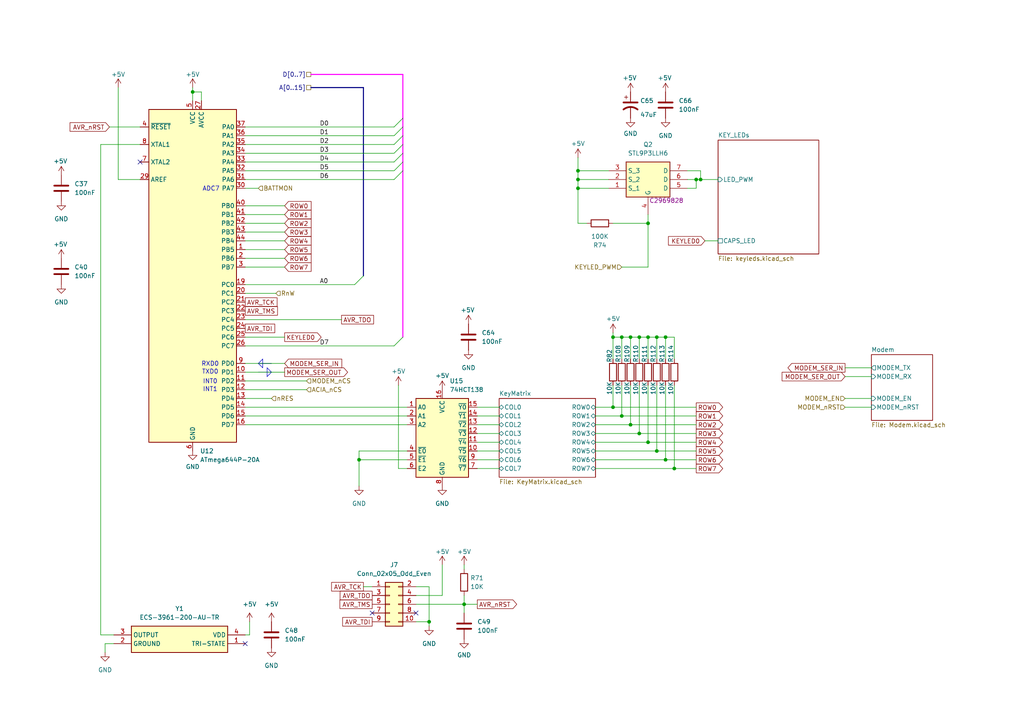
<source format=kicad_sch>
(kicad_sch (version 20250114) (generator "eeschema") (generator_version "9.0")
  (paper "A4")
  (lib_symbols
    (symbol "74xx:74HCT138"
      (property "Reference" "U" (at -7.62 13.97 0))
      (property "Value" "74HCT138" (at 2.54 -11.43 0))
      (symbol "74HCT138_0_1"
        (rectangle (start -7.62 12.7) (end 7.62 -10.16) (stroke (width 0.254)) (fill (type background)))
      )
      (symbol "74HCT138_1_1"
        (pin input line (at -10.16 10.16 0) (length 2.54) (name "A0") (number "1"))
        (pin input line (at -10.16 7.62 0) (length 2.54) (name "A1") (number "2"))
        (pin input line (at -10.16 5.08 0) (length 2.54) (name "A2") (number "3"))
        (pin input line (at -10.16 -2.54 0) (length 2.54) (name "~{E0}") (number "4"))
        (pin input line (at -10.16 -5.08 0) (length 2.54) (name "~{E1}") (number "5"))
        (pin input line (at -10.16 -7.62 0) (length 2.54) (name "E2") (number "6"))
        (pin power_in line (at 0 15.24 270) (length 2.54) (name "VCC") (number "16"))
        (pin power_in line (at 0 -12.7 90) (length 2.54) (name "GND") (number "8"))
        (pin output line (at 10.16 10.16 180) (length 2.54) (name "~{Y0}") (number "15"))
        (pin output line (at 10.16 7.62 180) (length 2.54) (name "~{Y1}") (number "14"))
        (pin output line (at 10.16 5.08 180) (length 2.54) (name "~{Y2}") (number "13"))
        (pin output line (at 10.16 2.54 180) (length 2.54) (name "~{Y3}") (number "12"))
        (pin output line (at 10.16 0 180) (length 2.54) (name "~{Y4}") (number "11"))
        (pin output line (at 10.16 -2.54 180) (length 2.54) (name "~{Y5}") (number "10"))
        (pin output line (at 10.16 -5.08 180) (length 2.54) (name "~{Y6}") (number "9"))
        (pin output line (at 10.16 -7.62 180) (length 2.54) (name "~{Y7}") (number "7"))
      )
    )
    (symbol "Connector_Generic:Conn_02x05_Odd_Even" (pin_names (offset 1.016) (hide yes))
      (property "Reference" "J" (at 1.27 7.62 0))
      (property "Value" "Conn_02x05_Odd_Even" (at 1.27 -7.62 0))
      (symbol "Conn_02x05_Odd_Even_1_1"
        (rectangle (start -1.27 6.35) (end 3.81 -6.35) (stroke (width 0.254)) (fill (type background)))
        (rectangle (start -1.27 5.207) (end 0 4.953) (stroke (width 0.1524)))
        (rectangle (start -1.27 2.667) (end 0 2.413) (stroke (width 0.1524)))
        (rectangle (start -1.27 0.127) (end 0 -0.127) (stroke (width 0.1524)))
        (rectangle (start -1.27 -2.413) (end 0 -2.667) (stroke (width 0.1524)))
        (rectangle (start -1.27 -4.953) (end 0 -5.207) (stroke (width 0.1524)))
        (rectangle (start 3.81 5.207) (end 2.54 4.953) (stroke (width 0.1524)))
        (rectangle (start 3.81 2.667) (end 2.54 2.413) (stroke (width 0.1524)))
        (rectangle (start 3.81 0.127) (end 2.54 -0.127) (stroke (width 0.1524)))
        (rectangle (start 3.81 -2.413) (end 2.54 -2.667) (stroke (width 0.1524)))
        (rectangle (start 3.81 -4.953) (end 2.54 -5.207) (stroke (width 0.1524)))
        (pin passive line (at -5.08 5.08 0) (length 3.81) (name "Pin_1") (number "1"))
        (pin passive line (at -5.08 2.54 0) (length 3.81) (name "Pin_3") (number "3"))
        (pin passive line (at -5.08 0 0) (length 3.81) (name "Pin_5") (number "5"))
        (pin passive line (at -5.08 -2.54 0) (length 3.81) (name "Pin_7") (number "7"))
        (pin passive line (at -5.08 -5.08 0) (length 3.81) (name "Pin_9") (number "9"))
        (pin passive line (at 7.62 5.08 180) (length 3.81) (name "Pin_2") (number "2"))
        (pin passive line (at 7.62 2.54 180) (length 3.81) (name "Pin_4") (number "4"))
        (pin passive line (at 7.62 0 180) (length 3.81) (name "Pin_6") (number "6"))
        (pin passive line (at 7.62 -2.54 180) (length 3.81) (name "Pin_8") (number "8"))
        (pin passive line (at 7.62 -5.08 180) (length 3.81) (name "Pin_10") (number "10"))
      )
    )
    (symbol "Device:C" (pin_numbers (hide yes)) (pin_names (offset 0.254))
      (property "Reference" "C" (at 0.635 2.54 0))
      (property "Value" "C" (at 0.635 -2.54 0))
      (symbol "C_0_1"
        (polyline (pts (xy -2.032 0.762) (xy 2.032 0.762)) (stroke (width 0.508)))
        (polyline (pts (xy -2.032 -0.762) (xy 2.032 -0.762)) (stroke (width 0.508)))
      )
      (symbol "C_1_1"
        (pin passive line (at 0 3.81 270) (length 2.794) (name "~") (number "1"))
        (pin passive line (at 0 -3.81 90) (length 2.794) (name "~") (number "2"))
      )
    )
    (symbol "Device:C_Polarized_US" (pin_numbers (hide yes)) (pin_names (offset 0.254) (hide yes))
      (property "Reference" "C" (at 0.635 2.54 0))
      (property "Value" "C_Polarized_US" (at 0.635 -2.54 0))
      (symbol "C_Polarized_US_0_1"
        (polyline (pts (xy -2.032 0.762) (xy 2.032 0.762)) (stroke (width 0.508)))
        (polyline (pts (xy -1.778 2.286) (xy -0.762 2.286)))
        (polyline (pts (xy -1.27 1.778) (xy -1.27 2.794)))
        (arc (start -2.032 -1.27) (mid 0 -0.5572) (end 2.032 -1.27) (stroke (width 0.508)))
      )
      (symbol "C_Polarized_US_1_1"
        (pin passive line (at 0 3.81 270) (length 2.794) (name "~") (number "1"))
        (pin passive line (at 0 -3.81 90) (length 3.302) (name "~") (number "2"))
      )
    )
    (symbol "Device:R" (pin_numbers (hide yes)) (pin_names (offset 0))
      (property "Reference" "R" (at 2.032 0 90))
      (property "Value" "R" (at 0 0 90))
      (symbol "R_0_1"
        (rectangle (start -1.016 -2.54) (end 1.016 2.54) (stroke (width 0.254)))
      )
      (symbol "R_1_1"
        (pin passive line (at 0 3.81 270) (length 1.27) (name "~") (number "1"))
        (pin passive line (at 0 -3.81 90) (length 1.27) (name "~") (number "2"))
      )
    )
    (symbol "ECS-3961-200-AU-TR:ECS-3961-200-AU-TR"
      (property "Reference" "Y" (at 34.29 7.62 0))
      (property "Value" "ECS-3961-200-AU-TR" (at 34.29 5.08 0))
      (symbol "ECS-3961-200-AU-TR_1_1"
        (rectangle (start 5.08 2.54) (end 33.02 -5.08) (stroke (width 0.254)) (fill (type background)))
        (pin passive line (at 0 0 0) (length 5.08) (name "VDD") (number "4"))
        (pin passive line (at 0 -2.54 0) (length 5.08) (name "TRI-STATE") (number "1"))
        (pin passive line (at 38.1 0 180) (length 5.08) (name "OUTPUT") (number "3"))
        (pin passive line (at 38.1 -2.54 180) (length 5.08) (name "GROUND") (number "2"))
      )
    )
    (symbol "MCU_Microchip_ATmega:ATmega644P-20A"
      (property "Reference" "U" (at -12.7 49.53 0))
      (property "Value" "ATmega644P-20A" (at 2.54 -49.53 0))
      (symbol "ATmega644P-20A_0_1"
        (rectangle (start -12.7 -48.26) (end 12.7 48.26) (stroke (width 0.254)) (fill (type background)))
      )
      (symbol "ATmega644P-20A_1_1"
        (pin input line (at -15.24 43.18 0) (length 2.54) (name "~{RESET}") (number "4"))
        (pin input line (at -15.24 38.1 0) (length 2.54) (name "XTAL1") (number "8"))
        (pin output line (at -15.24 33.02 0) (length 2.54) (name "XTAL2") (number "7"))
        (pin passive line (at -15.24 27.94 0) (length 2.54) (name "AREF") (number "29"))
        (pin passive line (at 0 50.8 270) (length 2.54) (hide yes) (name "VCC") (number "17"))
        (pin passive line (at 0 50.8 270) (length 2.54) (hide yes) (name "VCC") (number "38"))
        (pin power_in line (at 0 50.8 270) (length 2.54) (name "VCC") (number "5"))
        (pin passive line (at 0 -50.8 90) (length 2.54) (hide yes) (name "GND") (number "18"))
        (pin passive line (at 0 -50.8 90) (length 2.54) (hide yes) (name "GND") (number "28"))
        (pin passive line (at 0 -50.8 90) (length 2.54) (hide yes) (name "GND") (number "39"))
        (pin power_in line (at 0 -50.8 90) (length 2.54) (name "GND") (number "6"))
        (pin power_in line (at 2.54 50.8 270) (length 2.54) (name "AVCC") (number "27"))
        (pin bidirectional line (at 15.24 43.18 180) (length 2.54) (name "PA0") (number "37"))
        (pin bidirectional line (at 15.24 40.64 180) (length 2.54) (name "PA1") (number "36"))
        (pin bidirectional line (at 15.24 38.1 180) (length 2.54) (name "PA2") (number "35"))
        (pin bidirectional line (at 15.24 35.56 180) (length 2.54) (name "PA3") (number "34"))
        (pin bidirectional line (at 15.24 33.02 180) (length 2.54) (name "PA4") (number "33"))
        (pin bidirectional line (at 15.24 30.48 180) (length 2.54) (name "PA5") (number "32"))
        (pin bidirectional line (at 15.24 27.94 180) (length 2.54) (name "PA6") (number "31"))
        (pin bidirectional line (at 15.24 25.4 180) (length 2.54) (name "PA7") (number "30"))
        (pin bidirectional line (at 15.24 20.32 180) (length 2.54) (name "PB0") (number "40"))
        (pin bidirectional line (at 15.24 17.78 180) (length 2.54) (name "PB1") (number "41"))
        (pin bidirectional line (at 15.24 15.24 180) (length 2.54) (name "PB2") (number "42"))
        (pin bidirectional line (at 15.24 12.7 180) (length 2.54) (name "PB3") (number "43"))
        (pin bidirectional line (at 15.24 10.16 180) (length 2.54) (name "PB4") (number "44"))
        (pin bidirectional line (at 15.24 7.62 180) (length 2.54) (name "PB5") (number "1"))
        (pin bidirectional line (at 15.24 5.08 180) (length 2.54) (name "PB6") (number "2"))
        (pin bidirectional line (at 15.24 2.54 180) (length 2.54) (name "PB7") (number "3"))
        (pin bidirectional line (at 15.24 -2.54 180) (length 2.54) (name "PC0") (number "19"))
        (pin bidirectional line (at 15.24 -5.08 180) (length 2.54) (name "PC1") (number "20"))
        (pin bidirectional line (at 15.24 -7.62 180) (length 2.54) (name "PC2") (number "21"))
        (pin bidirectional line (at 15.24 -10.16 180) (length 2.54) (name "PC3") (number "22"))
        (pin bidirectional line (at 15.24 -12.7 180) (length 2.54) (name "PC4") (number "23"))
        (pin bidirectional line (at 15.24 -15.24 180) (length 2.54) (name "PC5") (number "24"))
        (pin bidirectional line (at 15.24 -17.78 180) (length 2.54) (name "PC6") (number "25"))
        (pin bidirectional line (at 15.24 -20.32 180) (length 2.54) (name "PC7") (number "26"))
        (pin bidirectional line (at 15.24 -25.4 180) (length 2.54) (name "PD0") (number "9"))
        (pin bidirectional line (at 15.24 -27.94 180) (length 2.54) (name "PD1") (number "10"))
        (pin bidirectional line (at 15.24 -30.48 180) (length 2.54) (name "PD2") (number "11"))
        (pin bidirectional line (at 15.24 -33.02 180) (length 2.54) (name "PD3") (number "12"))
        (pin bidirectional line (at 15.24 -35.56 180) (length 2.54) (name "PD4") (number "13"))
        (pin bidirectional line (at 15.24 -38.1 180) (length 2.54) (name "PD5") (number "14"))
        (pin bidirectional line (at 15.24 -40.64 180) (length 2.54) (name "PD6") (number "15"))
        (pin bidirectional line (at 15.24 -43.18 180) (length 2.54) (name "PD7") (number "16"))
      )
    )
    (symbol "STL9P3LLH6:STL9P3LLH6"
      (property "Reference" "Q" (at 19.05 7.62 0))
      (property "Value" "STL9P3LLH6" (at 19.05 5.08 0))
      (symbol "STL9P3LLH6_1_1"
        (rectangle (start 5.08 2.54) (end 17.78 -7.62) (stroke (width 0.254)) (fill (type background)))
        (pin passive line (at 0 0 0) (length 5.08) (name "S_1") (number "1"))
        (pin passive line (at 0 -2.54 0) (length 5.08) (name "S_2") (number "2"))
        (pin passive line (at 0 -5.08 0) (length 5.08) (name "S_3") (number "3"))
        (pin passive line (at 11.43 7.62 270) (length 5.08) (name "G") (number "4"))
        (pin passive line (at 22.86 0 180) (length 5.08) (name "D") (number "5"))
        (pin passive line (at 22.86 -2.54 180) (length 5.08) (name "D") (number "6"))
        (pin passive line (at 22.86 -5.08 180) (length 5.08) (name "D") (number "7"))
      )
    )
    (symbol "power:+5V" (power) (pin_names (offset 0))
      (property "Value" "+5V" (at 0 3.556 0))
      (symbol "+5V_0_1"
        (polyline (pts (xy -0.762 1.27) (xy 0 2.54)))
        (polyline (pts (xy 0 2.54) (xy 0.762 1.27)))
        (polyline (pts (xy 0 0) (xy 0 2.54)))
      )
      (symbol "+5V_1_1"
        (pin power_in line (at 0 0 90) (length 0) (hide yes) (name "+5V") (number "1"))
      )
    )
    (symbol "power:GND" (power) (pin_names (offset 0))
      (property "Value" "GND" (at 0 -3.81 0))
      (symbol "GND_0_1"
        (polyline (pts (xy 0 0) (xy 0 -1.27) (xy 1.27 -1.27) (xy 0 -2.54) (xy -1.27 -1.27) (xy 0 -1.27)))
      )
      (symbol "GND_1_1"
        (pin power_in line (at 0 0 270) (length 0) (hide yes) (name "GND") (number "1"))
      )
    )
  )
  (text "INT0" (at 60.96 110.744 0) (effects (font (size 1.27 1.27))))
  (text "INT1" (at 60.96 113.03 0) (effects (font (size 1.27 1.27))))
  (text "ADC7" (at 61.214 54.864 0) (effects (font (size 1.27 1.27))))
  (text "TXD0\n" (at 60.96 107.95 0) (effects (font (size 1.27 1.27))))
  (text "RXD0" (at 60.96 105.664 0) (effects (font (size 1.27 1.27))))
  (junction (at 193.04 133.35))
  (junction (at 195.58 135.89))
  (junction (at 167.64 52.07))
  (junction (at 104.14 133.35))
  (junction (at 190.5 130.81))
  (junction (at 167.64 54.61))
  (junction (at 167.64 49.53))
  (junction (at 185.42 97.79))
  (junction (at 182.88 123.19))
  (junction (at 134.62 175.26))
  (junction (at 177.8 97.79))
  (junction (at 177.8 118.11))
  (junction (at 180.34 120.65))
  (junction (at 185.42 125.73))
  (junction (at 193.04 97.79))
  (junction (at 201.93 52.07))
  (junction (at 180.34 97.79))
  (junction (at 203.2 52.07))
  (junction (at 55.88 26.67))
  (junction (at 187.96 64.77))
  (junction (at 182.88 97.79))
  (junction (at 124.46 180.34))
  (junction (at 187.96 97.79))
  (junction (at 187.96 128.27))
  (junction (at 190.5 97.79))
  (no_connect (at 40.64 46.99))
  (no_connect (at 71.12 186.69))
  (no_connect (at 107.95 177.8))
  (no_connect (at 120.65 177.8))
  (bus_entry (at 114.3 36.83) (size 2.54 -2.54))
  (bus_entry (at 114.3 52.07) (size 2.54 -2.54))
  (bus_entry (at 114.3 39.37) (size 2.54 -2.54))
  (bus_entry (at 102.87 82.55) (size 2.54 -2.54))
  (bus_entry (at 114.3 46.99) (size 2.54 -2.54))
  (bus_entry (at 114.3 41.91) (size 2.54 -2.54))
  (bus_entry (at 114.3 44.45) (size 2.54 -2.54))
  (bus_entry (at 114.3 49.53) (size 2.54 -2.54))
  (bus_entry (at 114.3 100.33) (size 2.54 -2.54))
  (wire (pts (xy 71.12 123.19) (xy 118.11 123.19)))
  (wire (pts (xy 167.64 54.61) (xy 176.53 54.61)))
  (wire (pts (xy 138.43 118.11) (xy 144.78 118.11)))
  (wire (pts (xy 199.39 49.53) (xy 203.2 49.53)))
  (bus (pts (xy 116.84 46.99) (xy 116.84 49.53)) (stroke (width 0) (color 255 0 255 1)))
  (wire (pts (xy 167.64 52.07) (xy 176.53 52.07)))
  (bus (pts (xy 90.17 21.59) (xy 116.84 21.59)) (stroke (width 0) (color 255 0 255 1)))
  (wire (pts (xy 115.57 135.89) (xy 118.11 135.89)))
  (wire (pts (xy 34.29 25.4) (xy 34.29 52.07)))
  (wire (pts (xy 180.34 120.65) (xy 201.93 120.65)))
  (wire (pts (xy 177.8 64.77) (xy 187.96 64.77)))
  (wire (pts (xy 172.72 123.19) (xy 182.88 123.19)))
  (wire (pts (xy 82.55 69.85) (xy 71.12 69.85)))
  (polyline (pts (xy 76.2 106.68) (xy 74.93 105.41)))
  (polyline (pts (xy 78.74 107.95) (xy 77.47 109.22)))
  (wire (pts (xy 138.43 125.73) (xy 144.78 125.73)))
  (wire (pts (xy 199.39 54.61) (xy 201.93 54.61)))
  (wire (pts (xy 105.41 170.18) (xy 107.95 170.18)))
  (wire (pts (xy 187.96 97.79) (xy 187.96 104.14)))
  (wire (pts (xy 30.48 189.23) (xy 30.48 186.69)))
  (wire (pts (xy 58.42 29.21) (xy 58.42 26.67)))
  (wire (pts (xy 193.04 111.76) (xy 193.04 133.35)))
  (wire (pts (xy 31.75 36.83) (xy 40.64 36.83)))
  (wire (pts (xy 104.14 130.81) (xy 118.11 130.81)))
  (wire (pts (xy 195.58 104.14) (xy 195.58 97.79)))
  (wire (pts (xy 180.34 77.47) (xy 187.96 77.47)))
  (bus (pts (xy 116.84 44.45) (xy 116.84 46.99)) (stroke (width 0) (color 255 0 255 1)))
  (wire (pts (xy 245.11 115.57) (xy 252.73 115.57)))
  (bus (pts (xy 116.84 39.37) (xy 116.84 41.91)) (stroke (width 0) (color 255 0 255 1)))
  (wire (pts (xy 82.55 67.31) (xy 71.12 67.31)))
  (bus (pts (xy 90.17 25.4) (xy 105.41 25.4)))
  (wire (pts (xy 203.2 49.53) (xy 203.2 52.07)))
  (wire (pts (xy 82.55 62.23) (xy 71.12 62.23)))
  (wire (pts (xy 128.27 172.72) (xy 128.27 163.83)))
  (wire (pts (xy 29.21 184.15) (xy 33.02 184.15)))
  (wire (pts (xy 172.72 135.89) (xy 195.58 135.89)))
  (wire (pts (xy 114.3 49.53) (xy 71.12 49.53)))
  (wire (pts (xy 104.14 140.97) (xy 104.14 133.35)))
  (wire (pts (xy 71.12 107.95) (xy 82.55 107.95)))
  (wire (pts (xy 120.65 172.72) (xy 128.27 172.72)))
  (wire (pts (xy 185.42 97.79) (xy 182.88 97.79)))
  (wire (pts (xy 82.55 72.39) (xy 71.12 72.39)))
  (wire (pts (xy 203.2 52.07) (xy 208.28 52.07)))
  (wire (pts (xy 176.53 49.53) (xy 167.64 49.53)))
  (wire (pts (xy 185.42 125.73) (xy 201.93 125.73)))
  (polyline (pts (xy 77.47 109.22) (xy 77.47 106.68)))
  (wire (pts (xy 134.62 163.83) (xy 134.62 165.1)))
  (wire (pts (xy 138.43 133.35) (xy 144.78 133.35)))
  (wire (pts (xy 167.64 49.53) (xy 167.64 52.07)))
  (wire (pts (xy 180.34 97.79) (xy 177.8 97.79)))
  (wire (pts (xy 74.93 54.61) (xy 71.12 54.61)))
  (polyline (pts (xy 76.2 104.14) (xy 76.2 106.68)))
  (wire (pts (xy 124.46 180.34) (xy 124.46 181.61)))
  (wire (pts (xy 187.96 111.76) (xy 187.96 128.27)))
  (wire (pts (xy 199.39 52.07) (xy 201.93 52.07)))
  (wire (pts (xy 187.96 77.47) (xy 187.96 64.77)))
  (wire (pts (xy 58.42 26.67) (xy 55.88 26.67)))
  (bus (pts (xy 105.41 80.01) (xy 105.41 25.4)))
  (wire (pts (xy 104.14 133.35) (xy 104.14 130.81)))
  (wire (pts (xy 71.12 105.41) (xy 82.55 105.41)))
  (wire (pts (xy 72.39 184.15) (xy 72.39 180.34)))
  (wire (pts (xy 71.12 184.15) (xy 72.39 184.15)))
  (wire (pts (xy 114.3 52.07) (xy 71.12 52.07)))
  (wire (pts (xy 193.04 97.79) (xy 190.5 97.79)))
  (wire (pts (xy 82.55 77.47) (xy 71.12 77.47)))
  (wire (pts (xy 190.5 111.76) (xy 190.5 130.81)))
  (wire (pts (xy 172.72 130.81) (xy 190.5 130.81)))
  (wire (pts (xy 78.74 115.57) (xy 71.12 115.57)))
  (wire (pts (xy 187.96 97.79) (xy 185.42 97.79)))
  (wire (pts (xy 177.8 118.11) (xy 201.93 118.11)))
  (bus (pts (xy 116.84 49.53) (xy 116.84 97.79)) (stroke (width 0) (color 255 0 255 1)))
  (wire (pts (xy 172.72 118.11) (xy 177.8 118.11)))
  (wire (pts (xy 29.21 41.91) (xy 40.64 41.91)))
  (polyline (pts (xy 74.93 105.41) (xy 76.2 104.14)))
  (wire (pts (xy 172.72 125.73) (xy 185.42 125.73)))
  (wire (pts (xy 187.96 128.27) (xy 201.93 128.27)))
  (wire (pts (xy 138.43 120.65) (xy 144.78 120.65)))
  (wire (pts (xy 204.47 69.85) (xy 208.28 69.85)))
  (wire (pts (xy 177.8 111.76) (xy 177.8 118.11)))
  (wire (pts (xy 82.55 64.77) (xy 71.12 64.77)))
  (wire (pts (xy 190.5 130.81) (xy 201.93 130.81)))
  (wire (pts (xy 182.88 111.76) (xy 182.88 123.19)))
  (wire (pts (xy 185.42 111.76) (xy 185.42 125.73)))
  (wire (pts (xy 114.3 39.37) (xy 71.12 39.37)))
  (wire (pts (xy 138.43 123.19) (xy 144.78 123.19)))
  (wire (pts (xy 134.62 172.72) (xy 134.62 175.26)))
  (polyline (pts (xy 78.74 105.41) (xy 74.93 105.41)))
  (wire (pts (xy 182.88 97.79) (xy 182.88 104.14)))
  (wire (pts (xy 167.64 54.61) (xy 167.64 64.77)))
  (wire (pts (xy 180.34 97.79) (xy 180.34 104.14)))
  (wire (pts (xy 71.12 118.11) (xy 118.11 118.11)))
  (bus (pts (xy 116.84 34.29) (xy 116.84 36.83)) (stroke (width 0) (color 255 0 255 1)))
  (wire (pts (xy 172.72 133.35) (xy 193.04 133.35)))
  (wire (pts (xy 40.64 52.07) (xy 34.29 52.07)))
  (wire (pts (xy 190.5 97.79) (xy 187.96 97.79)))
  (wire (pts (xy 114.3 44.45) (xy 71.12 44.45)))
  (wire (pts (xy 177.8 97.79) (xy 177.8 104.14)))
  (wire (pts (xy 167.64 45.72) (xy 167.64 49.53)))
  (wire (pts (xy 82.55 97.79) (xy 71.12 97.79)))
  (wire (pts (xy 138.43 128.27) (xy 144.78 128.27)))
  (wire (pts (xy 182.88 97.79) (xy 180.34 97.79)))
  (wire (pts (xy 177.8 96.52) (xy 177.8 97.79)))
  (wire (pts (xy 114.3 41.91) (xy 71.12 41.91)))
  (bus (pts (xy 116.84 36.83) (xy 116.84 39.37)) (stroke (width 0) (color 255 0 255 1)))
  (wire (pts (xy 120.65 175.26) (xy 134.62 175.26)))
  (wire (pts (xy 120.65 180.34) (xy 124.46 180.34)))
  (wire (pts (xy 182.88 123.19) (xy 201.93 123.19)))
  (polyline (pts (xy 77.47 106.68) (xy 78.74 107.95)))
  (wire (pts (xy 172.72 128.27) (xy 187.96 128.27)))
  (polyline (pts (xy 74.93 107.95) (xy 78.74 107.95)))
  (wire (pts (xy 245.11 118.11) (xy 252.73 118.11)))
  (wire (pts (xy 71.12 120.65) (xy 118.11 120.65)))
  (wire (pts (xy 55.88 25.4) (xy 55.88 26.67)))
  (wire (pts (xy 190.5 97.79) (xy 190.5 104.14)))
  (wire (pts (xy 134.62 175.26) (xy 134.62 177.8)))
  (wire (pts (xy 180.34 111.76) (xy 180.34 120.65)))
  (wire (pts (xy 138.43 135.89) (xy 144.78 135.89)))
  (wire (pts (xy 195.58 111.76) (xy 195.58 135.89)))
  (wire (pts (xy 245.11 109.22) (xy 252.73 109.22)))
  (bus (pts (xy 116.84 41.91) (xy 116.84 44.45)) (stroke (width 0) (color 255 0 255 1)))
  (wire (pts (xy 245.11 106.68) (xy 252.73 106.68)))
  (wire (pts (xy 55.88 26.67) (xy 55.88 29.21)))
  (wire (pts (xy 195.58 135.89) (xy 201.93 135.89)))
  (wire (pts (xy 115.57 111.76) (xy 115.57 135.89)))
  (wire (pts (xy 124.46 170.18) (xy 124.46 180.34)))
  (wire (pts (xy 104.14 133.35) (xy 118.11 133.35)))
  (wire (pts (xy 102.87 82.55) (xy 71.12 82.55)))
  (wire (pts (xy 120.65 170.18) (xy 124.46 170.18)))
  (wire (pts (xy 195.58 97.79) (xy 193.04 97.79)))
  (wire (pts (xy 82.55 74.93) (xy 71.12 74.93)))
  (wire (pts (xy 114.3 100.33) (xy 71.12 100.33)))
  (wire (pts (xy 88.9 113.03) (xy 71.12 113.03)))
  (wire (pts (xy 138.43 130.81) (xy 144.78 130.81)))
  (wire (pts (xy 193.04 133.35) (xy 201.93 133.35)))
  (wire (pts (xy 172.72 120.65) (xy 180.34 120.65)))
  (wire (pts (xy 167.64 52.07) (xy 167.64 54.61)))
  (wire (pts (xy 71.12 92.71) (xy 99.06 92.71)))
  (wire (pts (xy 193.04 97.79) (xy 193.04 104.14)))
  (wire (pts (xy 88.9 110.49) (xy 71.12 110.49)))
  (wire (pts (xy 201.93 54.61) (xy 201.93 52.07)))
  (wire (pts (xy 82.55 59.69) (xy 71.12 59.69)))
  (bus (pts (xy 116.84 21.59) (xy 116.84 34.29)) (stroke (width 0) (color 255 0 255 1)))
  (wire (pts (xy 201.93 52.07) (xy 203.2 52.07)))
  (wire (pts (xy 30.48 186.69) (xy 33.02 186.69)))
  (wire (pts (xy 80.01 85.09) (xy 71.12 85.09)))
  (wire (pts (xy 114.3 36.83) (xy 71.12 36.83)))
  (wire (pts (xy 167.64 64.77) (xy 170.18 64.77)))
  (wire (pts (xy 134.62 175.26) (xy 138.43 175.26)))
  (wire (pts (xy 29.21 41.91) (xy 29.21 184.15)))
  (wire (pts (xy 185.42 97.79) (xy 185.42 104.14)))
  (wire (pts (xy 114.3 46.99) (xy 71.12 46.99)))
  (wire (pts (xy 187.96 64.77) (xy 187.96 62.23)))
  (label "A0" (at 92.71 82.55 0))
  (label "D7" (at 92.71 100.33 0))
  (label "D0" (at 92.71 36.83 0))
  (label "D4" (at 92.71 46.99 0))
  (label "D5" (at 92.71 49.53 0))
  (label "D1" (at 92.71 39.37 0))
  (label "D6" (at 92.71 52.07 0))
  (label "D3" (at 92.71 44.45 0))
  (label "D2" (at 92.71 41.91 0))
  (global_label "ROW1" (shape input) (at 82.55 62.23 0) (property "Intersheetrefs" "${INTERSHEET_REFS}" (effects (hide yes))))
  (global_label "ROW3" (shape input) (at 82.55 67.31 0) (property "Intersheetrefs" "${INTERSHEET_REFS}" (effects (hide yes))))
  (global_label "AVR_TMS" (shape passive) (at 107.95 175.26 180) (property "Intersheetrefs" "${INTERSHEET_REFS}" (effects (hide yes))))
  (global_label "MODEM_SER_OUT" (shape input) (at 245.11 109.22 180) (property "Intersheetrefs" "${INTERSHEET_REFS}" (effects (hide yes))))
  (global_label "ROW5" (shape input) (at 82.55 72.39 0) (property "Intersheetrefs" "${INTERSHEET_REFS}" (effects (hide yes))))
  (global_label "AVR_TDO" (shape passive) (at 99.06 92.71 0) (property "Intersheetrefs" "${INTERSHEET_REFS}" (effects (hide yes))))
  (global_label "AVR_TDI" (shape passive) (at 107.95 180.34 180) (property "Intersheetrefs" "${INTERSHEET_REFS}" (effects (hide yes))))
  (global_label "ROW7" (shape input) (at 82.55 77.47 0) (property "Intersheetrefs" "${INTERSHEET_REFS}" (effects (hide yes))))
  (global_label "ROW2" (shape input) (at 82.55 64.77 0) (property "Intersheetrefs" "${INTERSHEET_REFS}" (effects (hide yes))))
  (global_label "AVR_TDO" (shape passive) (at 107.95 172.72 180) (property "Intersheetrefs" "${INTERSHEET_REFS}" (effects (hide yes))))
  (global_label "ROW6" (shape input) (at 82.55 74.93 0) (property "Intersheetrefs" "${INTERSHEET_REFS}" (effects (hide yes))))
  (global_label "ROW1" (shape output) (at 201.93 120.65 0) (property "Intersheetrefs" "${INTERSHEET_REFS}" (effects (hide yes))))
  (global_label "ROW4" (shape output) (at 201.93 128.27 0) (property "Intersheetrefs" "${INTERSHEET_REFS}" (effects (hide yes))))
  (global_label "MODEM_SER_IN" (shape output) (at 245.11 106.68 180) (property "Intersheetrefs" "${INTERSHEET_REFS}" (effects (hide yes))))
  (global_label "AVR_TCK" (shape passive) (at 71.12 87.63 0) (property "Intersheetrefs" "${INTERSHEET_REFS}" (effects (hide yes))))
  (global_label "ROW7" (shape output) (at 201.93 135.89 0) (property "Intersheetrefs" "${INTERSHEET_REFS}" (effects (hide yes))))
  (global_label "MODEM_SER_IN" (shape input) (at 82.55 105.41 0) (property "Intersheetrefs" "${INTERSHEET_REFS}" (effects (hide yes))))
  (global_label "ROW6" (shape output) (at 201.93 133.35 0) (property "Intersheetrefs" "${INTERSHEET_REFS}" (effects (hide yes))))
  (global_label "AVR_nRST" (shape input) (at 31.75 36.83 180) (property "Intersheetrefs" "${INTERSHEET_REFS}" (effects (hide yes))))
  (global_label "MODEM_SER_OUT" (shape output) (at 82.55 107.95 0) (property "Intersheetrefs" "${INTERSHEET_REFS}" (effects (hide yes))))
  (global_label "KEYLED0" (shape output) (at 82.55 97.79 0) (property "Intersheetrefs" "${INTERSHEET_REFS}" (effects (hide yes))))
  (global_label "AVR_TMS" (shape passive) (at 71.12 90.17 0) (property "Intersheetrefs" "${INTERSHEET_REFS}" (effects (hide yes))))
  (global_label "KEYLED0" (shape input) (at 204.47 69.85 180) (property "Intersheetrefs" "${INTERSHEET_REFS}" (effects (hide yes))))
  (global_label "AVR_TDI" (shape passive) (at 71.12 95.25 0) (property "Intersheetrefs" "${INTERSHEET_REFS}" (effects (hide yes))))
  (global_label "AVR_nRST" (shape output) (at 138.43 175.26 0) (property "Intersheetrefs" "${INTERSHEET_REFS}" (effects (hide yes))))
  (global_label "AVR_TCK" (shape passive) (at 105.41 170.18 180) (property "Intersheetrefs" "${INTERSHEET_REFS}" (effects (hide yes))))
  (global_label "ROW0" (shape input) (at 82.55 59.69 0) (property "Intersheetrefs" "${INTERSHEET_REFS}" (effects (hide yes))))
  (global_label "ROW0" (shape output) (at 201.93 118.11 0) (property "Intersheetrefs" "${INTERSHEET_REFS}" (effects (hide yes))))
  (global_label "ROW5" (shape output) (at 201.93 130.81 0) (property "Intersheetrefs" "${INTERSHEET_REFS}" (effects (hide yes))))
  (global_label "ROW3" (shape output) (at 201.93 125.73 0) (property "Intersheetrefs" "${INTERSHEET_REFS}" (effects (hide yes))))
  (global_label "ROW2" (shape output) (at 201.93 123.19 0) (property "Intersheetrefs" "${INTERSHEET_REFS}" (effects (hide yes))))
  (global_label "ROW4" (shape input) (at 82.55 69.85 0) (property "Intersheetrefs" "${INTERSHEET_REFS}" (effects (hide yes))))
  (hierarchical_label "MODEM_EN" (shape input) (at 245.11 115.57 180))
  (hierarchical_label "A[0..15]" (shape passive) (at 90.17 25.4 180))
  (hierarchical_label "nRES" (shape input) (at 78.74 115.57 0))
  (hierarchical_label "D[0..7]" (shape passive) (at 90.17 21.59 180))
  (hierarchical_label "MODEM_nRST" (shape input) (at 245.11 118.11 180))
  (hierarchical_label "RnW" (shape input) (at 80.01 85.09 0))
  (hierarchical_label "MODEM_nCS" (shape input) (at 88.9 110.49 0))
  (hierarchical_label "BATTMON" (shape input) (at 74.93 54.61 0))
  (hierarchical_label "KEYLED_PWM" (shape input) (at 180.34 77.47 180))
  (hierarchical_label "ACIA_nCS" (shape input) (at 88.9 113.03 0))
  (symbol (lib_id "MCU_Microchip_ATmega:ATmega644P-20A") (at 55.88 80.01 0) (unit 1)
    (property "Reference" "U12" (at 58.0233 130.81 0) (effects (justify left)))
    (property "Value" "ATmega644P-20A" (at 58.0233 133.35 0) (effects (justify left)))
    (property "Footprint" "Package_QFP:TQFP-44_10x10mm_P0.8mm" (effects (hide yes)))
    (property "Datasheet" "http://ww1.microchip.com/downloads/en/DeviceDoc/Atmel-42744-ATmega644P_Datasheet.pdf" (effects (hide yes)))
    (property "Description" "20MHz, 64kB Flash, 4kB SRAM, 2kB EEPROM, JTAG, TQFP-44" (effects (hide yes)))
  )
  (symbol (lib_id "power:+5V") (at 115.57 111.76 0) (mirror y) (unit 1)
    (property "Reference" "#PWR0260" (effects (hide yes)))
    (property "Value" "+5V" (at 115.57 107.696 0))
  )
  (symbol (lib_id "Device:C") (at 17.78 78.74 0) (unit 1)
    (property "Reference" "C40" (at 21.59 77.4699 0) (effects (justify left)))
    (property "Value" "100nF" (at 21.59 80.0099 0) (effects (justify left)))
    (property "Footprint" "Capacitor_SMD:C_0805_2012Metric" (effects (hide yes)))
    (property "Description" "Unpolarized capacitor" (effects (hide yes)))
    (property "LCSC" "C49678" (effects (hide yes)))
  )
  (symbol (lib_id "power:GND") (at 134.62 185.42 0) (mirror y) (unit 1)
    (property "Reference" "#PWR0266" (effects (hide yes)))
    (property "Value" "GND" (at 134.62 189.9825 0))
  )
  (symbol (lib_id "power:GND") (at 193.04 34.29 0) (unit 1)
    (property "Reference" "#PWR0274" (effects (hide yes)))
    (property "Value" "GND" (at 193.04 39.37 0))
  )
  (symbol (lib_id "power:+5V") (at 128.27 113.03 0) (mirror y) (unit 1)
    (property "Reference" "#PWR0262" (effects (hide yes)))
    (property "Value" "+5V" (at 128.27 108.966 0))
  )
  (symbol (lib_id "power:+5V") (at 167.64 45.72 0) (unit 1)
    (property "Reference" "#PWR0269" (effects (hide yes)))
    (property "Value" "+5V" (at 167.64 41.656 0))
  )
  (symbol (lib_id "power:+5V") (at 55.88 25.4 0) (mirror y) (unit 1)
    (property "Reference" "#PWR0204" (effects (hide yes)))
    (property "Value" "+5V" (at 55.88 21.59 0))
  )
  (symbol (lib_id "power:+5V") (at 135.89 93.98 0) (unit 1)
    (property "Reference" "#PWR0267" (effects (hide yes)))
    (property "Value" "+5V" (at 135.636 89.916 0))
  )
  (symbol (lib_id "power:GND") (at 17.78 58.42 0) (unit 1)
    (property "Reference" "#PWR0155" (effects (hide yes)))
    (property "Value" "GND" (at 17.78 63.5 0))
  )
  (symbol (lib_id "power:GND") (at 17.78 82.55 0) (unit 1)
    (property "Reference" "#PWR0200" (effects (hide yes)))
    (property "Value" "GND" (at 17.78 87.63 0))
  )
  (symbol (lib_id "Device:R") (at 177.8 107.95 0) (mirror y) (unit 1)
    (property "Reference" "R82" (at 176.784 105.156 90) (effects (justify left)))
    (property "Value" "10K" (at 176.784 114.554 90) (effects (justify left)))
    (property "Footprint" "Resistor_SMD:R_0603_1608Metric_Pad0.98x0.95mm_HandSolder" (effects (hide yes)))
    (property "LCSC" "DNF" (effects (hide yes)))
  )
  (symbol (lib_id "Device:R") (at 195.58 107.95 0) (mirror y) (unit 1)
    (property "Reference" "R114" (at 194.564 105.156 90) (effects (justify left)))
    (property "Value" "10K" (at 194.564 114.554 90) (effects (justify left)))
    (property "Footprint" "Resistor_SMD:R_0603_1608Metric_Pad0.98x0.95mm_HandSolder" (effects (hide yes)))
    (property "LCSC" "DNF" (effects (hide yes)))
  )
  (symbol (lib_id "STL9P3LLH6:STL9P3LLH6") (at 176.53 54.61 0) (mirror x) (unit 1)
    (property "Reference" "Q2" (at 187.96 41.91 0))
    (property "Value" "STL9P3LLH6" (at 187.96 44.45 0))
    (property "Footprint" "STL9P3LLH6:STL20N6F7" (effects (hide yes)))
    (property "Datasheet" "https://www.st.com/resource/en/datasheet/stl9p3llh6.pdf" (effects (hide yes)))
    (property "Description" "MOSFET P-channel -30 V, 12 mOhm typ., -9 A STripFET H6 Power MOSFET in a PowerFLAT 3.3 x 3.3 package" (effects (hide yes)))
    (property "Manufacturer_Name" "STMicroelectronics" (effects (hide yes)))
    (property "Manufacturer_Part_Number" "STL9P3LLH6" (effects (hide yes)))
    (property "Mouser Part Number" "511-STL9P3LLH6" (effects (hide yes)))
    (property "Mouser Price/Stock" "https://www.mouser.co.uk/ProductDetail/STMicroelectronics/STL9P3LLH6?qs=mKNKSX85ZJeHtH1e81LEbQ%3D%3D" (effects (hide yes)))
    (property "Arrow Part Number" "STL9P3LLH6" (effects (hide yes)))
    (property "Arrow Price/Stock" "https://www.arrow.com/en/products/stl9p3llh6/stmicroelectronics?region=europe" (effects (hide yes)))
    (property "LCSC" "C2969828" (at 193.294 58.166 0))
  )
  (symbol (lib_id "Device:R") (at 182.88 107.95 0) (mirror y) (unit 1)
    (property "Reference" "R109" (at 181.864 105.156 90) (effects (justify left)))
    (property "Value" "10K" (at 181.864 114.554 90) (effects (justify left)))
    (property "Footprint" "Resistor_SMD:R_0603_1608Metric_Pad0.98x0.95mm_HandSolder" (effects (hide yes)))
    (property "LCSC" "DNF" (effects (hide yes)))
  )
  (symbol (lib_id "power:GND") (at 55.88 130.81 0) (mirror y) (unit 1)
    (property "Reference" "#PWR0205" (effects (hide yes)))
    (property "Value" "GND" (at 55.88 135.3725 0))
  )
  (symbol (lib_id "power:GND") (at 78.74 187.96 0) (unit 1)
    (property "Reference" "#PWR0208" (effects (hide yes)))
    (property "Value" "GND" (at 78.74 193.04 0))
  )
  (symbol (lib_id "Device:R") (at 187.96 107.95 0) (mirror y) (unit 1)
    (property "Reference" "R111" (at 186.944 105.156 90) (effects (justify left)))
    (property "Value" "10K" (at 186.944 114.554 90) (effects (justify left)))
    (property "Footprint" "Resistor_SMD:R_0603_1608Metric_Pad0.98x0.95mm_HandSolder" (effects (hide yes)))
    (property "LCSC" "DNF" (effects (hide yes)))
  )
  (symbol (lib_id "Device:R") (at 173.99 64.77 90) (unit 1)
    (property "Reference" "R74" (at 173.99 71.12 90))
    (property "Value" "100K" (at 173.99 68.58 90))
    (property "Footprint" "Resistor_SMD:R_0402_1005Metric" (effects (hide yes)))
    (property "Description" "Resistor" (effects (hide yes)))
    (property "LCSC" "DNF" (effects (hide yes)))
  )
  (symbol (lib_id "Device:C") (at 78.74 184.15 0) (unit 1)
    (property "Reference" "C48" (at 82.55 182.8799 0) (effects (justify left)))
    (property "Value" "100nF" (at 82.55 185.4199 0) (effects (justify left)))
    (property "Footprint" "Capacitor_SMD:C_0402_1005Metric" (effects (hide yes)))
    (property "Description" "Unpolarized capacitor" (effects (hide yes)))
    (property "LCSC" "C113803" (effects (hide yes)))
  )
  (symbol (lib_id "power:+5V") (at 17.78 74.93 0) (unit 1)
    (property "Reference" "#PWR0158" (effects (hide yes)))
    (property "Value" "+5V" (at 17.526 70.866 0))
  )
  (symbol (lib_id "Device:R") (at 193.04 107.95 0) (mirror y) (unit 1)
    (property "Reference" "R113" (at 192.024 105.156 90) (effects (justify left)))
    (property "Value" "10K" (at 192.024 114.554 90) (effects (justify left)))
    (property "Footprint" "Resistor_SMD:R_0603_1608Metric_Pad0.98x0.95mm_HandSolder" (effects (hide yes)))
    (property "LCSC" "DNF" (effects (hide yes)))
  )
  (symbol (lib_id "power:GND") (at 182.88 34.29 0) (unit 1)
    (property "Reference" "#PWR0272" (effects (hide yes)))
    (property "Value" "GND" (at 182.88 38.735 0))
  )
  (symbol (lib_id "Device:C") (at 134.62 181.61 0) (unit 1)
    (property "Reference" "C49" (at 138.43 180.3399 0) (effects (justify left)))
    (property "Value" "100nF" (at 138.43 182.8799 0) (effects (justify left)))
    (property "Footprint" "Capacitor_SMD:C_0805_2012Metric" (effects (hide yes)))
    (property "Description" "Unpolarized capacitor" (effects (hide yes)))
    (property "LCSC" "C49678" (effects (hide yes)))
  )
  (symbol (lib_id "power:+5V") (at 17.78 50.8 0) (unit 1)
    (property "Reference" "#PWR0154" (effects (hide yes)))
    (property "Value" "+5V" (at 17.526 46.736 0))
  )
  (symbol (lib_id "Device:C_Polarized_US") (at 182.88 30.48 0) (unit 1)
    (property "Reference" "C65" (at 185.674 29.21 0) (effects (justify left)))
    (property "Value" "47uF" (at 185.674 33.274 0) (effects (justify left)))
    (property "Footprint" "Capacitor_SMD:C_1206_3216Metric" (effects (hide yes)))
    (property "LCSC" "C96123" (effects (hide yes)))
  )
  (symbol (lib_id "power:+5V") (at 72.39 180.34 0) (unit 1)
    (property "Reference" "#PWR0206" (effects (hide yes)))
    (property "Value" "+5V" (at 72.39 175.26 0))
  )
  (symbol (lib_id "power:GND") (at 104.14 140.97 0) (mirror y) (unit 1)
    (property "Reference" "#PWR0228" (effects (hide yes)))
    (property "Value" "GND" (at 104.14 146.05 0))
    (property "Description" "Power symbol creates a global label with name \"GND\" , ground" (effects (hide yes)))
  )
  (symbol (lib_id "Device:R") (at 180.34 107.95 0) (mirror y) (unit 1)
    (property "Reference" "R108" (at 179.324 105.156 90) (effects (justify left)))
    (property "Value" "10K" (at 179.324 114.554 90) (effects (justify left)))
    (property "Footprint" "Resistor_SMD:R_0603_1608Metric_Pad0.98x0.95mm_HandSolder" (effects (hide yes)))
    (property "LCSC" "DNF" (effects (hide yes)))
  )
  (symbol (lib_id "power:+5V") (at 193.04 26.67 0) (unit 1)
    (property "Reference" "#PWR0273" (effects (hide yes)))
    (property "Value" "+5V" (at 192.786 22.606 0))
  )
  (symbol (lib_id "Connector_Generic:Conn_02x05_Odd_Even") (at 113.03 175.26 0) (unit 1)
    (property "Reference" "J7" (at 114.3 163.83 0))
    (property "Value" "Conn_02x05_Odd_Even" (at 114.3 166.37 0))
    (property "Footprint" "Connector_PinHeader_2.54mm:PinHeader_2x05_P2.54mm_Horizontal" (effects (hide yes)))
    (property "Description" "Generic connector, double row, 02x05, odd/even pin numbering scheme (row 1 odd numbers, row 2 even numbers), script generated (kicad-library-utils/schlib/autogen/connector/)" (effects (hide yes)))
    (property "LCSC" "DNF" (effects (hide yes)))
  )
  (symbol (lib_id "Device:R") (at 190.5 107.95 0) (mirror y) (unit 1)
    (property "Reference" "R112" (at 189.484 105.156 90) (effects (justify left)))
    (property "Value" "10K" (at 189.484 114.554 90) (effects (justify left)))
    (property "Footprint" "Resistor_SMD:R_0603_1608Metric_Pad0.98x0.95mm_HandSolder" (effects (hide yes)))
    (property "LCSC" "DNF" (effects (hide yes)))
  )
  (symbol (lib_id "power:GND") (at 124.46 181.61 0) (mirror y) (unit 1)
    (property "Reference" "#PWR0261" (effects (hide yes)))
    (property "Value" "GND" (at 124.46 186.69 0))
    (property "Description" "Power symbol creates a global label with name \"GND\" , ground" (effects (hide yes)))
  )
  (symbol (lib_id "Device:R") (at 185.42 107.95 0) (mirror y) (unit 1)
    (property "Reference" "R110" (at 184.404 105.156 90) (effects (justify left)))
    (property "Value" "10K" (at 184.404 114.554 90) (effects (justify left)))
    (property "Footprint" "Resistor_SMD:R_0603_1608Metric_Pad0.98x0.95mm_HandSolder" (effects (hide yes)))
    (property "LCSC" "DNF" (effects (hide yes)))
  )
  (symbol (lib_id "power:GND") (at 30.48 189.23 0) (unit 1)
    (property "Reference" "#PWR0201" (effects (hide yes)))
    (property "Value" "GND" (at 30.48 194.31 0))
  )
  (symbol (lib_id "Device:R") (at 134.62 168.91 0) (unit 1)
    (property "Reference" "R71" (at 136.398 167.64 0) (effects (justify left)))
    (property "Value" "10K" (at 136.398 170.18 0) (effects (justify left)))
    (property "Footprint" "Resistor_SMD:R_0603_1608Metric_Pad0.98x0.95mm_HandSolder" (effects (hide yes)))
    (property "LCSC" "DNF" (effects (hide yes)))
  )
  (symbol (lib_id "ECS-3961-200-AU-TR:ECS-3961-200-AU-TR") (at 71.12 184.15 0) (mirror y) (unit 1)
    (property "Reference" "Y1" (at 52.07 176.53 0))
    (property "Value" "ECS-3961-200-AU-TR" (at 52.07 179.07 0))
    (property "Footprint" "ECS-3961-200-AU-TR:ECS3961200AUTR" (effects (hide yes)))
    (property "Datasheet" "http://www.ecsxtal.com/store/pdf/ecs-3961_3963.pdf" (effects (hide yes)))
    (property "Description" "Standard Clock Oscillators 20.000MHz 5.0Volt 100 ppm -55C +125C" (effects (hide yes)))
    (property "Height" "1.3" (effects (hide yes)))
    (property "Mouser Part Number" "520-3961-200-AUT" (effects (hide yes)))
    (property "Mouser Price/Stock" "https://www.mouser.co.uk/ProductDetail/ECS/ECS-3961-200-AU-TR?qs=ttzZIJSyan0lJGM40dcLXA%3D%3D" (effects (hide yes)))
    (property "Manufacturer_Name" "ECS" (effects (hide yes)))
    (property "Manufacturer_Part_Number" "ECS-3961-200-AU-TR" (effects (hide yes)))
  )
  (symbol (lib_id "power:+5V") (at 34.29 25.4 0) (mirror y) (unit 1)
    (property "Reference" "#PWR0203" (effects (hide yes)))
    (property "Value" "+5V" (at 34.29 21.59 0))
  )
  (symbol (lib_id "power:+5V") (at 182.88 26.67 0) (unit 1)
    (property "Reference" "#PWR0271" (effects (hide yes)))
    (property "Value" "+5V" (at 182.626 22.606 0))
  )
  (symbol (lib_id "power:GND") (at 128.27 140.97 0) (mirror y) (unit 1)
    (property "Reference" "#PWR0263" (effects (hide yes)))
    (property "Value" "GND" (at 128.27 146.05 0))
    (property "Description" "Power symbol creates a global label with name \"GND\" , ground" (effects (hide yes)))
  )
  (symbol (lib_id "power:+5V") (at 78.74 180.34 0) (unit 1)
    (property "Reference" "#PWR0207" (effects (hide yes)))
    (property "Value" "+5V" (at 78.74 175.26 0))
  )
  (symbol (lib_id "Device:C") (at 193.04 30.48 0) (unit 1)
    (property "Reference" "C66" (at 196.85 29.2099 0) (effects (justify left)))
    (property "Value" "100nF" (at 196.85 31.7499 0) (effects (justify left)))
    (property "Footprint" "Capacitor_SMD:C_0805_2012Metric" (effects (hide yes)))
    (property "Description" "Unpolarized capacitor" (effects (hide yes)))
    (property "LCSC" "C49678" (effects (hide yes)))
  )
  (symbol (lib_id "power:+5V") (at 128.27 163.83 0) (mirror y) (unit 1)
    (property "Reference" "#PWR0264" (effects (hide yes)))
    (property "Value" "+5V" (at 128.27 160.02 0))
  )
  (symbol (lib_id "power:GND") (at 135.89 101.6 0) (unit 1)
    (property "Reference" "#PWR0268" (effects (hide yes)))
    (property "Value" "GND" (at 135.89 106.68 0))
  )
  (symbol (lib_id "Device:C") (at 135.89 97.79 0) (unit 1)
    (property "Reference" "C64" (at 139.7 96.5199 0) (effects (justify left)))
    (property "Value" "100nF" (at 139.7 99.0599 0) (effects (justify left)))
    (property "Footprint" "Capacitor_SMD:C_0805_2012Metric" (effects (hide yes)))
    (property "Description" "Unpolarized capacitor" (effects (hide yes)))
    (property "LCSC" "C49678" (effects (hide yes)))
  )
  (symbol (lib_id "74xx:74HCT138") (at 128.27 128.27 0) (unit 1)
    (property "Reference" "U15" (at 130.4133 110.49 0) (effects (justify left)))
    (property "Value" "74HCT138" (at 130.4133 113.03 0) (effects (justify left)))
    (property "Footprint" "Package_SO:SSOP-16_5.3x6.2mm_P0.65mm" (effects (hide yes)))
    (property "Datasheet" "http://www.ti.com/lit/ds/symlink/cd74hc238.pdf" (effects (hide yes)))
    (property "Description" "3-to-8 line decoder/multiplexer inverting, DIP-16/SOIC-16/SSOP-16" (effects (hide yes)))
    (property "LCSC" "C8115" (effects (hide yes)))
  )
  (symbol (lib_id "power:+5V") (at 134.62 163.83 0) (unit 1)
    (property "Reference" "#PWR0265" (effects (hide yes)))
    (property "Value" "+5V" (at 134.62 160.02 0))
  )
  (symbol (lib_id "power:+5V") (at 177.8 96.52 0) (unit 1)
    (property "Reference" "#PWR0270" (effects (hide yes)))
    (property "Value" "+5V" (at 177.8 92.456 0))
  )
  (symbol (lib_id "Device:C") (at 17.78 54.61 0) (unit 1)
    (property "Reference" "C37" (at 21.59 53.3399 0) (effects (justify left)))
    (property "Value" "100nF" (at 21.59 55.8799 0) (effects (justify left)))
    (property "Footprint" "Capacitor_SMD:C_0805_2012Metric" (effects (hide yes)))
    (property "Description" "Unpolarized capacitor" (effects (hide yes)))
    (property "LCSC" "C49678" (effects (hide yes)))
  )
  (sheet (at 208.28 40.64) (size 29.21 33.02) (stroke (width 0.1524))
    (property "Sheetname" "KEY_LEDs" (at 208.28 39.9284 0) (effects (justify left bottom)))
    (property "Sheetfile" "keyleds.kicad_sch" (at 208.28 74.2446 0) (effects (justify left top)))
    (pin "LED_PWM" input (at 208.28 52.07 180))
    (pin "CAPS_LED" passive (at 208.28 69.85 180))
  )
  (sheet (at 252.73 102.87) (size 17.78 19.05) (stroke (width 0.1524))
    (property "Sheetname" "Modem" (at 252.73 102.1584 0) (effects (justify left bottom)))
    (property "Sheetfile" "Modem.kicad_sch" (at 252.73 122.5046 0) (effects (justify left top)))
    (pin "MODEM_EN" input (at 252.73 115.57 180))
    (pin "MODEM_TX" output (at 252.73 106.68 180))
    (pin "MODEM_nRST" input (at 252.73 118.11 180))
    (pin "MODEM_RX" input (at 252.73 109.22 180))
  )
  (sheet (at 144.78 115.57) (size 27.94 22.86) (stroke (width 0.1524))
    (property "Sheetname" "KeyMatrix" (at 144.78 114.8584 0) (effects (justify left bottom)))
    (property "Sheetfile" "KeyMatrix.kicad_sch" (at 144.78 139.0146 0) (effects (justify left top)))
    (pin "COL3" bidirectional (at 144.78 125.73 180))
    (pin "COL4" bidirectional (at 144.78 128.27 180))
    (pin "COL1" bidirectional (at 144.78 120.65 180))
    (pin "COL2" bidirectional (at 144.78 123.19 180))
    (pin "COL0" bidirectional (at 144.78 118.11 180))
    (pin "COL7" bidirectional (at 144.78 135.89 180))
    (pin "COL6" bidirectional (at 144.78 133.35 180))
    (pin "COL5" bidirectional (at 144.78 130.81 180))
    (pin "ROW2" bidirectional (at 172.72 123.19 0))
    (pin "ROW6" bidirectional (at 172.72 133.35 0))
    (pin "ROW0" bidirectional (at 172.72 118.11 0))
    (pin "ROW5" bidirectional (at 172.72 130.81 0))
    (pin "ROW7" bidirectional (at 172.72 135.89 0))
    (pin "ROW3" bidirectional (at 172.72 125.73 0))
    (pin "ROW1" bidirectional (at 172.72 120.65 0))
    (pin "ROW4" bidirectional (at 172.72 128.27 0))
  )
)
</source>
